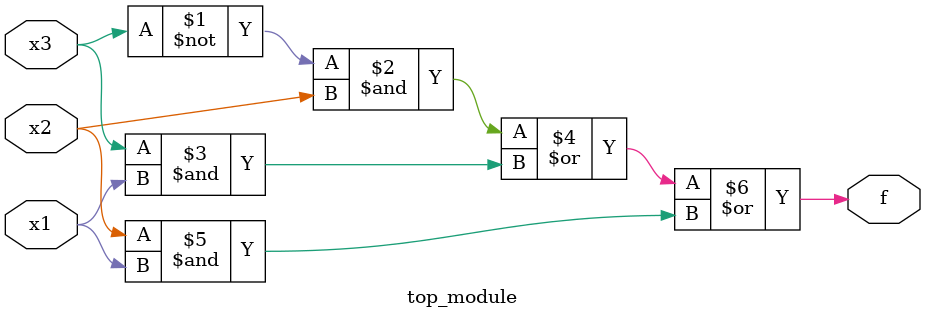
<source format=v>


module top_module( 
    input x3,
    input x2,
    input x1,  // three inputs
    output f   // one output
);

    assign f = (~x3 & x2) | (x3 & x1) | (x2 & x1);

endmodule


</source>
